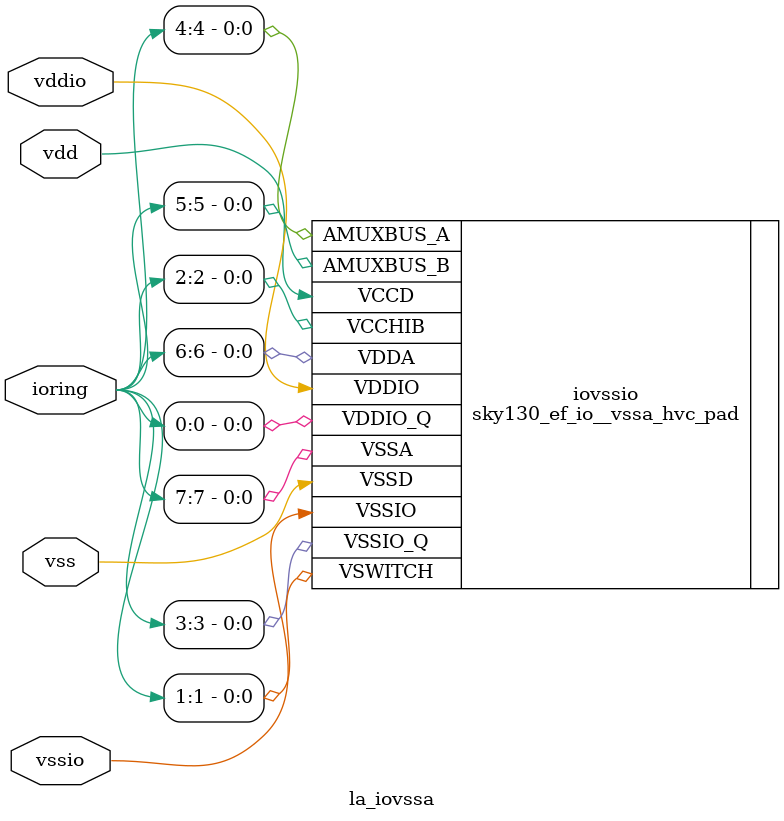
<source format=v>
/*****************************************************************************
 * Function: IO supply cell (vssa)
 * Copyright: Lambda Project Authors. All rights Reserved.
 * License:  MIT (see LICENSE file in Lambda repository)
 *
 * Docs:
 *
 *
 ****************************************************************************/
module la_iovssa #(
    parameter PROP  = "DEFAULT",  // cell type
    parameter SIDE  = "NO",       // "NO", "SO", "EA", "WE"
    parameter RINGW = 8           // width of io ring
) (
    inout             vdd,    // core supply
    inout             vss,    // core ground
    inout             vddio,  // io supply
    inout             vssio,  // io ground
    inout [RINGW-1:0] ioring  // generic io-ring interface
);

   sky130_ef_io__vssa_hvc_pad
     iovssio (
	      .VDDIO(vddio),
	      .VDDIO_Q(ioring[0]),
	      .VDDA(ioring[6]),
	      .VCCD(vdd),
	      .VSWITCH(ioring[1]),
	      .VCCHIB(ioring[2]),
	      .VSSA(ioring[7]),
	      .VSSD(vss),
	      .VSSIO_Q(ioring[3]),
	      .VSSIO(vssio),
	      .AMUXBUS_A(ioring[4]),
	      .AMUXBUS_B(ioring[5]));

endmodule

</source>
